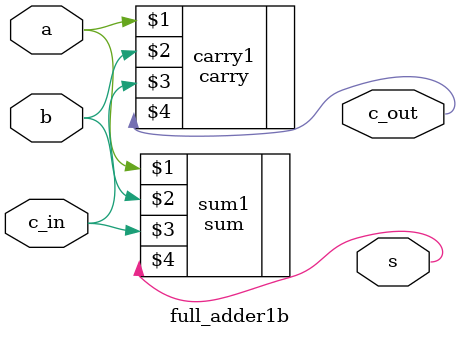
<source format=v>
`timescale 1ns / 1ps
module full_adder1b(
    input a,
    input b,
    input c_in,
    output s,
    output c_out
    );
sum sum1(a,b,c_in,s);
carry carry1(a,b,c_in,c_out);

endmodule

</source>
